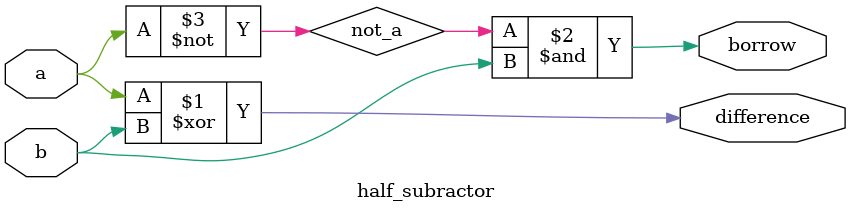
<source format=v>

module half_subractor(input a, b, output difference, borrow);
  wire not_a;
  
  /* assign difference = a ^ b;
     assign borrow = ~a & b; */
  xor(difference, a, b);
  not(not_a, a);
  and(borrow, not_a, b);

endmodule

</source>
